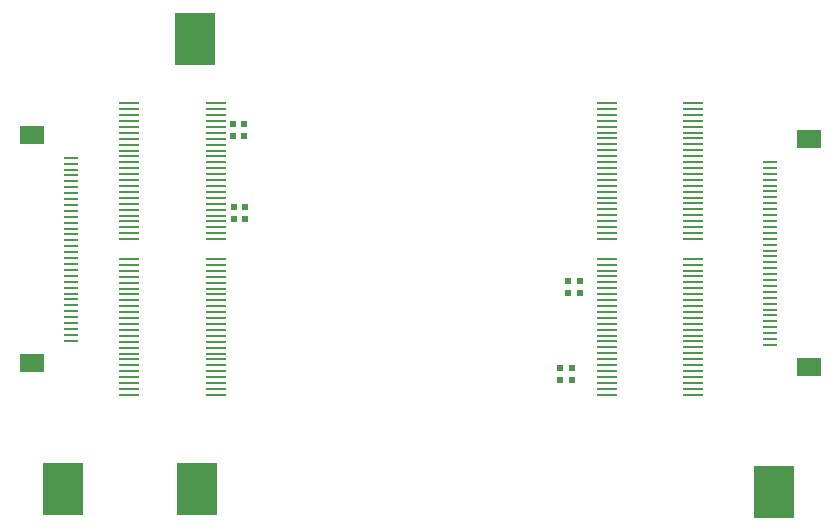
<source format=gbr>
G04 EAGLE Gerber RS-274X export*
G75*
%MOMM*%
%FSLAX34Y34*%
%LPD*%
%INSolderpaste Top*%
%IPPOS*%
%AMOC8*
5,1,8,0,0,1.08239X$1,22.5*%
G01*
%ADD10R,3.429000X4.495800*%
%ADD11R,1.250000X0.250000*%
%ADD12R,2.050000X1.650000*%
%ADD13R,1.676400X0.279400*%
%ADD14R,0.600000X0.600000*%


D10*
X207391Y-68707D03*
X93853Y-68707D03*
X695579Y-70739D03*
X205613Y312293D03*
D11*
X100318Y212120D03*
X100318Y207120D03*
X100318Y202120D03*
X100318Y197120D03*
X100318Y192120D03*
X100318Y187120D03*
X100318Y182120D03*
X100318Y177120D03*
X100318Y172120D03*
X100318Y167120D03*
X100318Y162120D03*
X100318Y157120D03*
X100318Y152120D03*
X100318Y147120D03*
X100318Y142120D03*
X100318Y137120D03*
X100318Y132120D03*
X100318Y127120D03*
X100318Y122120D03*
X100318Y117120D03*
X100318Y112120D03*
X100318Y107120D03*
X100318Y102120D03*
X100318Y97120D03*
X100318Y92120D03*
X100318Y87120D03*
X100318Y82120D03*
X100318Y77120D03*
X100318Y72120D03*
X100318Y67120D03*
X100318Y62120D03*
X100318Y57120D03*
D12*
X67818Y38120D03*
X67818Y231120D03*
D11*
X692670Y53564D03*
X692670Y58564D03*
X692670Y63564D03*
X692670Y68564D03*
X692670Y73564D03*
X692670Y78564D03*
X692670Y83564D03*
X692670Y88564D03*
X692670Y93564D03*
X692670Y98564D03*
X692670Y103564D03*
X692670Y108564D03*
X692670Y113564D03*
X692670Y118564D03*
X692670Y123564D03*
X692670Y128564D03*
X692670Y133564D03*
X692670Y138564D03*
X692670Y143564D03*
X692670Y148564D03*
X692670Y153564D03*
X692670Y158564D03*
X692670Y163564D03*
X692670Y168564D03*
X692670Y173564D03*
X692670Y178564D03*
X692670Y183564D03*
X692670Y188564D03*
X692670Y193564D03*
X692670Y198564D03*
X692670Y203564D03*
X692670Y208564D03*
D12*
X725170Y227564D03*
X725170Y34564D03*
D13*
X627761Y143414D03*
X627761Y148414D03*
X627761Y153414D03*
X627761Y158414D03*
X627761Y163414D03*
X627761Y168414D03*
X627761Y173414D03*
X627761Y178414D03*
X627761Y183414D03*
X627761Y188414D03*
X627761Y193414D03*
X627761Y198414D03*
X627761Y203414D03*
X627761Y208414D03*
X627761Y213414D03*
X627761Y218414D03*
X627761Y223414D03*
X627761Y228414D03*
X627761Y233414D03*
X627761Y238414D03*
X627761Y243414D03*
X627761Y248414D03*
X627761Y253414D03*
X627761Y258414D03*
X554355Y258414D03*
X554355Y253414D03*
X554355Y248414D03*
X554355Y243414D03*
X554355Y238414D03*
X554355Y233414D03*
X554355Y228414D03*
X554355Y223414D03*
X554355Y218414D03*
X554355Y213414D03*
X554355Y208414D03*
X554355Y203414D03*
X554355Y198414D03*
X554355Y193414D03*
X554355Y188414D03*
X554355Y183414D03*
X554355Y178414D03*
X554355Y173414D03*
X554355Y168414D03*
X554355Y163414D03*
X554355Y158414D03*
X554355Y153414D03*
X554355Y148414D03*
X554355Y143414D03*
X149987Y258160D03*
X149987Y253160D03*
X149987Y248160D03*
X149987Y243160D03*
X149987Y238160D03*
X149987Y233160D03*
X149987Y228160D03*
X149987Y223160D03*
X149987Y218160D03*
X149987Y213160D03*
X149987Y208160D03*
X149987Y203160D03*
X149987Y198160D03*
X149987Y193160D03*
X149987Y188160D03*
X149987Y183160D03*
X149987Y178160D03*
X149987Y173160D03*
X149987Y168160D03*
X149987Y163160D03*
X149987Y158160D03*
X149987Y153160D03*
X149987Y148160D03*
X149987Y143160D03*
X223393Y143160D03*
X223393Y148160D03*
X223393Y153160D03*
X223393Y158160D03*
X223393Y163160D03*
X223393Y168160D03*
X223393Y173160D03*
X223393Y178160D03*
X223393Y183160D03*
X223393Y188160D03*
X223393Y193160D03*
X223393Y198160D03*
X223393Y203160D03*
X223393Y208160D03*
X223393Y213160D03*
X223393Y218160D03*
X223393Y223160D03*
X223393Y228160D03*
X223393Y233160D03*
X223393Y238160D03*
X223393Y243160D03*
X223393Y248160D03*
X223393Y253160D03*
X223393Y258160D03*
X627761Y11588D03*
X627761Y16588D03*
X627761Y21588D03*
X627761Y26588D03*
X627761Y31588D03*
X627761Y36588D03*
X627761Y41588D03*
X627761Y46588D03*
X627761Y51588D03*
X627761Y56588D03*
X627761Y61588D03*
X627761Y66588D03*
X627761Y71588D03*
X627761Y76588D03*
X627761Y81588D03*
X627761Y86588D03*
X627761Y91588D03*
X627761Y96588D03*
X627761Y101588D03*
X627761Y106588D03*
X627761Y111588D03*
X627761Y116588D03*
X627761Y121588D03*
X627761Y126588D03*
X554355Y126588D03*
X554355Y121588D03*
X554355Y116588D03*
X554355Y111588D03*
X554355Y106588D03*
X554355Y101588D03*
X554355Y96588D03*
X554355Y91588D03*
X554355Y86588D03*
X554355Y81588D03*
X554355Y76588D03*
X554355Y71588D03*
X554355Y66588D03*
X554355Y61588D03*
X554355Y56588D03*
X554355Y51588D03*
X554355Y46588D03*
X554355Y41588D03*
X554355Y36588D03*
X554355Y31588D03*
X554355Y26588D03*
X554355Y21588D03*
X554355Y16588D03*
X554355Y11588D03*
X149987Y126334D03*
X149987Y121334D03*
X149987Y116334D03*
X149987Y111334D03*
X149987Y106334D03*
X149987Y101334D03*
X149987Y96334D03*
X149987Y91334D03*
X149987Y86334D03*
X149987Y81334D03*
X149987Y76334D03*
X149987Y71334D03*
X149987Y66334D03*
X149987Y61334D03*
X149987Y56334D03*
X149987Y51334D03*
X149987Y46334D03*
X149987Y41334D03*
X149987Y36334D03*
X149987Y31334D03*
X149987Y26334D03*
X149987Y21334D03*
X149987Y16334D03*
X149987Y11334D03*
X223393Y11334D03*
X223393Y16334D03*
X223393Y21334D03*
X223393Y26334D03*
X223393Y31334D03*
X223393Y36334D03*
X223393Y41334D03*
X223393Y46334D03*
X223393Y51334D03*
X223393Y56334D03*
X223393Y61334D03*
X223393Y66334D03*
X223393Y71334D03*
X223393Y76334D03*
X223393Y81334D03*
X223393Y86334D03*
X223393Y91334D03*
X223393Y96334D03*
X223393Y101334D03*
X223393Y106334D03*
X223393Y111334D03*
X223393Y116334D03*
X223393Y121334D03*
X223393Y126334D03*
D14*
X524764Y23956D03*
X524764Y33956D03*
X514858Y23956D03*
X514858Y33956D03*
X237490Y240712D03*
X237490Y230712D03*
X247142Y240712D03*
X247142Y230712D03*
X238506Y160608D03*
X238506Y170608D03*
X248412Y160608D03*
X248412Y170608D03*
X531368Y107616D03*
X531368Y97616D03*
X521716Y107616D03*
X521716Y97616D03*
M02*

</source>
